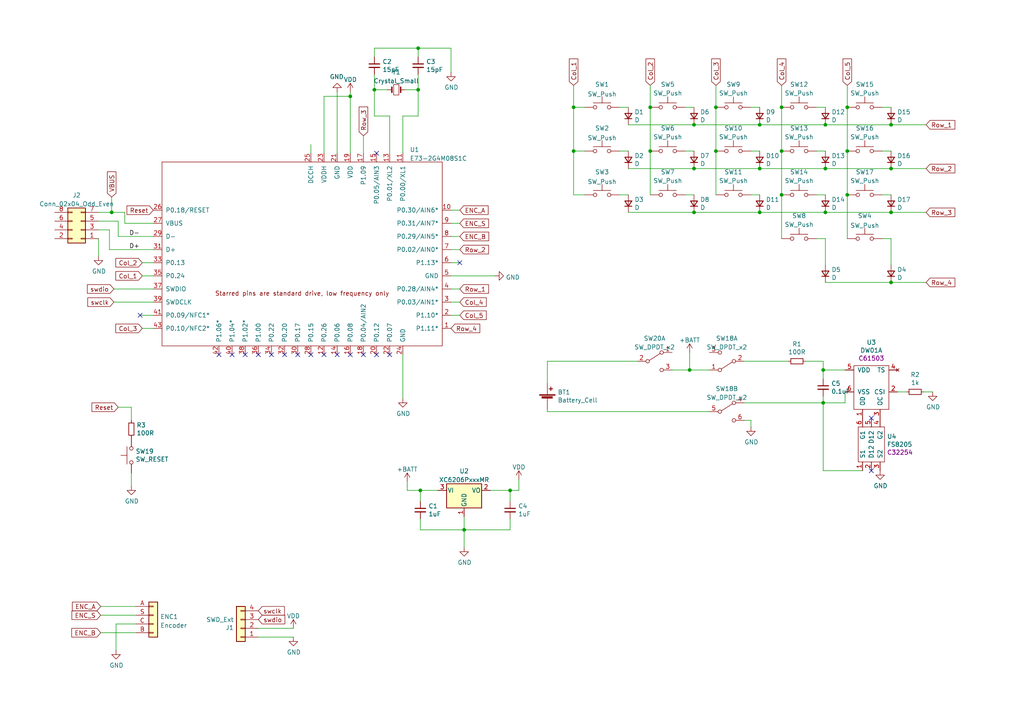
<source format=kicad_sch>
(kicad_sch (version 20211123) (generator eeschema)
  (paper "A4")
  (lib_symbols
    (symbol "Conn_01x04_1" (pin_names (offset 1.016) hide)
      (property "Reference" "ENC?" (at 2.032 -0.4353 0))
      (property "Value" "Conn_01x04_1" (at 2.032 -2.9722 0))
      (symbol "Conn_01x04_1_1_1"
        (rectangle (start -1.27 -4.953) (end 0 -5.207) (stroke (width 0.1524)))
        (rectangle (start -1.27 -2.413) (end 0 -2.667) (stroke (width 0.1524)))
        (rectangle (start -1.27 0.127) (end 0 -0.127) (stroke (width 0.1524)))
        (rectangle (start -1.27 2.667) (end 0 2.413) (stroke (width 0.1524)))
        (rectangle (start -1.27 3.81) (end 1.27 -6.35) (stroke (width 0.254)) (fill (type background)))
        (pin passive line (at -5.08 2.54 0) (length 3.81) (name "A") (number "A"))
        (pin passive line (at -5.08 -5.08 0) (length 3.81) (name "B") (number "B"))
        (pin passive line (at -5.08 -2.54 0) (length 3.81) (name "C") (number "C"))
        (pin passive line (at -5.08 0 0) (length 3.81) (name "S") (number "S"))
      )
    )
    (symbol "Connector_Generic:Conn_01x04" (pin_names (offset 1.016) hide)
      (property "Reference" "J" (at 0 5.08 0))
      (property "Value" "Conn_01x04" (at 0 -7.62 0))
      (symbol "Conn_01x04_1_1"
        (rectangle (start -1.27 -4.953) (end 0 -5.207) (stroke (width 0.1524)))
        (rectangle (start -1.27 -2.413) (end 0 -2.667) (stroke (width 0.1524)))
        (rectangle (start -1.27 0.127) (end 0 -0.127) (stroke (width 0.1524)))
        (rectangle (start -1.27 2.667) (end 0 2.413) (stroke (width 0.1524)))
        (rectangle (start -1.27 3.81) (end 1.27 -6.35) (stroke (width 0.254)) (fill (type background)))
        (pin passive line (at -5.08 2.54 0) (length 3.81) (name "Pin_1") (number "1"))
        (pin passive line (at -5.08 0 0) (length 3.81) (name "Pin_2") (number "2"))
        (pin passive line (at -5.08 -2.54 0) (length 3.81) (name "Pin_3") (number "3"))
        (pin passive line (at -5.08 -5.08 0) (length 3.81) (name "Pin_4") (number "4"))
      )
    )
    (symbol "Connector_Generic:Conn_02x04_Odd_Even" (pin_names (offset 1.016) hide)
      (property "Reference" "J" (at 1.27 5.08 0))
      (property "Value" "Conn_02x04_Odd_Even" (at 1.27 -7.62 0))
      (symbol "Conn_02x04_Odd_Even_1_1"
        (rectangle (start -1.27 -4.953) (end 0 -5.207) (stroke (width 0.1524)))
        (rectangle (start -1.27 -2.413) (end 0 -2.667) (stroke (width 0.1524)))
        (rectangle (start -1.27 0.127) (end 0 -0.127) (stroke (width 0.1524)))
        (rectangle (start -1.27 2.667) (end 0 2.413) (stroke (width 0.1524)))
        (rectangle (start -1.27 3.81) (end 3.81 -6.35) (stroke (width 0.254)) (fill (type background)))
        (rectangle (start 3.81 -4.953) (end 2.54 -5.207) (stroke (width 0.1524)))
        (rectangle (start 3.81 -2.413) (end 2.54 -2.667) (stroke (width 0.1524)))
        (rectangle (start 3.81 0.127) (end 2.54 -0.127) (stroke (width 0.1524)))
        (rectangle (start 3.81 2.667) (end 2.54 2.413) (stroke (width 0.1524)))
        (pin passive line (at -5.08 2.54 0) (length 3.81) (name "Pin_1") (number "1"))
        (pin passive line (at 7.62 2.54 180) (length 3.81) (name "Pin_2") (number "2"))
        (pin passive line (at -5.08 0 0) (length 3.81) (name "Pin_3") (number "3"))
        (pin passive line (at 7.62 0 180) (length 3.81) (name "Pin_4") (number "4"))
        (pin passive line (at -5.08 -2.54 0) (length 3.81) (name "Pin_5") (number "5"))
        (pin passive line (at 7.62 -2.54 180) (length 3.81) (name "Pin_6") (number "6"))
        (pin passive line (at -5.08 -5.08 0) (length 3.81) (name "Pin_7") (number "7"))
        (pin passive line (at 7.62 -5.08 180) (length 3.81) (name "Pin_8") (number "8"))
      )
    )
    (symbol "Device:Battery_Cell" (pin_numbers hide) (pin_names (offset 0) hide)
      (property "Reference" "BT" (at 2.54 2.54 0))
      (property "Value" "Battery_Cell" (at 2.54 0 0))
      (symbol "Battery_Cell_0_1"
        (rectangle (start -2.286 1.778) (end 2.286 1.524) (fill (type outline)))
        (rectangle (start -1.5748 1.1938) (end 1.4732 0.6858) (fill (type outline)))
        (polyline (pts (xy 0 0.762) (xy 0 0)))
        (polyline (pts (xy 0 1.778) (xy 0 2.54)))
        (polyline (pts (xy 0.508 3.429) (xy 1.524 3.429)) (stroke (width 0.254)))
        (polyline (pts (xy 1.016 3.937) (xy 1.016 2.921)) (stroke (width 0.254)))
      )
      (symbol "Battery_Cell_1_1"
        (pin passive line (at 0 5.08 270) (length 2.54) (name "+") (number "1"))
        (pin passive line (at 0 -2.54 90) (length 2.54) (name "-") (number "2"))
      )
    )
    (symbol "Device:C_Small" (pin_numbers hide) (pin_names (offset 0.254) hide)
      (property "Reference" "C" (at 0.254 1.778 0))
      (property "Value" "C_Small" (at 0.254 -2.032 0))
      (symbol "C_Small_0_1"
        (polyline (pts (xy -1.524 -0.508) (xy 1.524 -0.508)) (stroke (width 0.3302)))
        (polyline (pts (xy -1.524 0.508) (xy 1.524 0.508)) (stroke (width 0.3048)))
      )
      (symbol "C_Small_1_1"
        (pin passive line (at 0 2.54 270) (length 2.032) (name "~") (number "1"))
        (pin passive line (at 0 -2.54 90) (length 2.032) (name "~") (number "2"))
      )
    )
    (symbol "Device:Crystal_Small" (pin_numbers hide) (pin_names (offset 1.016) hide)
      (property "Reference" "Y" (at 0 2.54 0))
      (property "Value" "Crystal_Small" (at 0 -2.54 0))
      (symbol "Crystal_Small_0_1"
        (rectangle (start -0.762 -1.524) (end 0.762 1.524))
        (polyline (pts (xy -1.27 -0.762) (xy -1.27 0.762)) (stroke (width 0.381)))
        (polyline (pts (xy 1.27 -0.762) (xy 1.27 0.762)) (stroke (width 0.381)))
      )
      (symbol "Crystal_Small_1_1"
        (pin passive line (at -2.54 0 0) (length 1.27) (name "1") (number "1"))
        (pin passive line (at 2.54 0 180) (length 1.27) (name "2") (number "2"))
      )
    )
    (symbol "Device:D_Small" (pin_numbers hide) (pin_names (offset 0.254) hide)
      (property "Reference" "D" (at -1.27 2.032 0))
      (property "Value" "D_Small" (at -3.81 -2.032 0))
      (symbol "D_Small_0_1"
        (polyline (pts (xy -0.762 -1.016) (xy -0.762 1.016)) (stroke (width 0.254)))
        (polyline (pts (xy -0.762 0) (xy 0.762 0)))
        (polyline (pts (xy 0.762 -1.016) (xy -0.762 0) (xy 0.762 1.016) (xy 0.762 -1.016)) (stroke (width 0.254)))
      )
      (symbol "D_Small_1_1"
        (pin passive line (at -2.54 0 0) (length 1.778) (name "K") (number "1"))
        (pin passive line (at 2.54 0 180) (length 1.778) (name "A") (number "2"))
      )
    )
    (symbol "Device:R_Small" (pin_numbers hide) (pin_names (offset 0.254) hide)
      (property "Reference" "R" (at 0.762 0.508 0))
      (property "Value" "R_Small" (at 0.762 -1.016 0))
      (symbol "R_Small_0_1"
        (rectangle (start -0.762 1.778) (end 0.762 -1.778) (stroke (width 0.2032)))
      )
      (symbol "R_Small_1_1"
        (pin passive line (at 0 2.54 270) (length 0.762) (name "~") (number "1"))
        (pin passive line (at 0 -2.54 90) (length 0.762) (name "~") (number "2"))
      )
    )
    (symbol "Regulator_Linear:XC6206PxxxMR" (pin_names (offset 0.254))
      (property "Reference" "U" (at -3.81 3.175 0))
      (property "Value" "XC6206PxxxMR" (at 0 3.175 0))
      (symbol "XC6206PxxxMR_0_1"
        (rectangle (start -5.08 1.905) (end 5.08 -5.08) (stroke (width 0.254)) (fill (type background)))
      )
      (symbol "XC6206PxxxMR_1_1"
        (pin power_in line (at 0 -7.62 90) (length 2.54) (name "GND") (number "1"))
        (pin power_out line (at 7.62 0 180) (length 2.54) (name "VO") (number "2"))
        (pin power_in line (at -7.62 0 0) (length 2.54) (name "VI") (number "3"))
      )
    )
    (symbol "Switch:SW_DPDT_x2" (pin_names (offset 0) hide)
      (property "Reference" "SW" (at 0 4.318 0))
      (property "Value" "SW_DPDT_x2" (at 0 -5.08 0))
      (symbol "SW_DPDT_x2_0_0"
        (circle (center -2.032 0) (radius 0.508))
        (circle (center 2.032 -2.54) (radius 0.508))
      )
      (symbol "SW_DPDT_x2_0_1"
        (polyline (pts (xy -1.524 0.254) (xy 1.651 2.286)))
        (circle (center 2.032 2.54) (radius 0.508))
      )
      (symbol "SW_DPDT_x2_1_1"
        (pin passive line (at 5.08 2.54 180) (length 2.54) (name "A") (number "1"))
        (pin passive line (at -5.08 0 0) (length 2.54) (name "B") (number "2"))
        (pin passive line (at 5.08 -2.54 180) (length 2.54) (name "C") (number "3"))
      )
      (symbol "SW_DPDT_x2_2_1"
        (pin passive line (at 5.08 2.54 180) (length 2.54) (name "A") (number "4"))
        (pin passive line (at -5.08 0 0) (length 2.54) (name "B") (number "5"))
        (pin passive line (at 5.08 -2.54 180) (length 2.54) (name "C") (number "6"))
      )
    )
    (symbol "Switch:SW_Push" (pin_numbers hide) (pin_names (offset 1.016) hide)
      (property "Reference" "SW" (at 1.27 2.54 0))
      (property "Value" "SW_Push" (at 0 -1.524 0))
      (symbol "SW_Push_0_1"
        (circle (center -2.032 0) (radius 0.508))
        (polyline (pts (xy 0 1.27) (xy 0 3.048)))
        (polyline (pts (xy 2.54 1.27) (xy -2.54 1.27)))
        (circle (center 2.032 0) (radius 0.508))
        (pin passive line (at -5.08 0 0) (length 2.54) (name "1") (number "1"))
        (pin passive line (at 5.08 0 180) (length 2.54) (name "2") (number "2"))
      )
    )
    (symbol "le_chiff_ble-rescue:DW01A-kicad-keyboard-parts" (pin_names (offset 1.016))
      (property "Reference" "U" (at -5.08 7.62 0))
      (property "Value" "DW01A-kicad-keyboard-parts" (at 2.54 7.62 0))
      (property "LCSC" "C61503" (at 0 0 0))
      (symbol "DW01A-kicad-keyboard-parts_0_1"
        (rectangle (start -5.08 6.35) (end 5.08 -6.35))
      )
      (symbol "DW01A-kicad-keyboard-parts_1_1"
        (pin output line (at -2.54 -8.89 90) (length 2.54) (name "OD") (number "1"))
        (pin input line (at 7.62 -1.27 180) (length 2.54) (name "CSI") (number "2"))
        (pin output line (at 2.54 -8.89 90) (length 2.54) (name "OC") (number "3"))
        (pin no_connect line (at 7.62 5.08 180) (length 2.54) (name "TS") (number "4"))
        (pin power_in line (at -7.62 5.08 0) (length 2.54) (name "VDD") (number "5"))
        (pin power_in line (at -7.62 -1.27 0) (length 2.54) (name "VSS") (number "6"))
      )
    )
    (symbol "le_chiff_ble-rescue:FS8205-kicad-keyboard-parts" (pin_names (offset 1.016))
      (property "Reference" "U" (at -3.81 5.08 0))
      (property "Value" "FS8205-kicad-keyboard-parts" (at -1.27 -5.08 0))
      (property "LCSC" "C32254" (at 0 0 0))
      (symbol "FS8205-kicad-keyboard-parts_0_1"
        (rectangle (start -5.08 3.81) (end 5.08 -3.81))
      )
      (symbol "FS8205-kicad-keyboard-parts_1_1"
        (pin power_in line (at -7.62 2.54 0) (length 2.54) (name "S1") (number "1"))
        (pin power_in line (at -7.62 0 0) (length 2.54) (name "D12") (number "2"))
        (pin power_in line (at -7.62 -2.54 0) (length 2.54) (name "S2") (number "3"))
        (pin input line (at 7.62 -2.54 180) (length 2.54) (name "G2") (number "4"))
        (pin power_in line (at 7.62 0 180) (length 2.54) (name "D12") (number "5"))
        (pin input line (at 7.62 2.54 180) (length 2.54) (name "G1") (number "6"))
      )
    )
    (symbol "power:+BATT" (power) (pin_names (offset 0))
      (property "Value" "+BATT" (at 0 3.556 0))
      (symbol "+BATT_0_1"
        (polyline (pts (xy -0.762 1.27) (xy 0 2.54)))
        (polyline (pts (xy 0 0) (xy 0 2.54)))
        (polyline (pts (xy 0 2.54) (xy 0.762 1.27)))
      )
      (symbol "+BATT_1_1"
        (pin power_in line (at 0 0 90) (length 0) hide (name "+BATT") (number "1"))
      )
    )
    (symbol "power:GND" (power) (pin_names (offset 0))
      (property "Value" "GND" (at 0 -3.81 0))
      (symbol "GND_0_1"
        (polyline (pts (xy 0 0) (xy 0 -1.27) (xy 1.27 -1.27) (xy 0 -2.54) (xy -1.27 -1.27) (xy 0 -1.27)))
      )
      (symbol "GND_1_1"
        (pin power_in line (at 0 0 270) (length 0) hide (name "GND") (number "1"))
      )
    )
    (symbol "power:VDD" (power) (pin_names (offset 0))
      (property "Value" "VDD" (at 0 3.81 0))
      (symbol "VDD_0_1"
        (polyline (pts (xy -0.762 1.27) (xy 0 2.54)))
        (polyline (pts (xy 0 0) (xy 0 2.54)))
        (polyline (pts (xy 0 2.54) (xy 0.762 1.27)))
      )
      (symbol "VDD_1_1"
        (pin power_in line (at 0 0 90) (length 0) hide (name "VDD") (number "1"))
      )
    )
    (symbol "weteor:E73-2G4M08S1C" (pin_names (offset 1.016))
      (property "Reference" "U" (at 0 3.81 0))
      (property "Value" "E73-2G4M08S1C" (at 0 1.27 0))
      (symbol "E73-2G4M08S1C_0_0"
        (text "Starred pins are standard drive, low frequency only" (at 0 -11.43 0) (effects (font (size 1.27 1.27))))
      )
      (symbol "E73-2G4M08S1C_0_1"
        (rectangle (start -40.64 26.67) (end 40.64 -26.67))
      )
      (symbol "E73-2G4M08S1C_1_1"
        (pin input line (at 43.18 -21.59 180) (length 2.54) (name "P1.11*") (number "1"))
        (pin input line (at 43.18 12.7 180) (length 2.54) (name "P0.30/AIN6*") (number "10"))
        (pin input line (at 29.21 29.21 270) (length 2.54) (name "P0.00/XL1") (number "11"))
        (pin input line (at 6.35 -29.21 90) (length 2.54) (name "P0.26") (number "12"))
        (pin input line (at 25.4 29.21 270) (length 2.54) (name "P0.01/XL2") (number "13"))
        (pin input line (at 10.16 -29.21 90) (length 2.54) (name "P0.06") (number "14"))
        (pin input line (at 21.59 29.21 270) (length 2.54) (name "P0.05/AIN3") (number "15"))
        (pin input line (at 13.97 -29.21 90) (length 2.54) (name "P0.08") (number "16"))
        (pin input line (at 17.78 29.21 270) (length 2.54) (name "P1.09") (number "17"))
        (pin input line (at 17.78 -29.21 90) (length 2.54) (name "P0.04/AIN2") (number "18"))
        (pin input line (at 13.97 29.21 270) (length 2.54) (name "VDD") (number "19"))
        (pin input line (at 43.18 -17.78 180) (length 2.54) (name "P1.10*") (number "2"))
        (pin input line (at 21.59 -29.21 90) (length 2.54) (name "P0.12") (number "20"))
        (pin input line (at 10.16 29.21 270) (length 2.54) (name "GND") (number "21"))
        (pin input line (at 25.4 -29.21 90) (length 2.54) (name "P0.07") (number "22"))
        (pin input line (at 6.35 29.21 270) (length 2.54) (name "VDDH") (number "23"))
        (pin input line (at 29.21 -29.21 90) (length 2.54) (name "GND") (number "24"))
        (pin input line (at 2.54 29.21 270) (length 2.54) (name "DCCH") (number "25"))
        (pin input line (at -43.18 12.7 0) (length 2.54) (name "P0.18/RESET") (number "26"))
        (pin input line (at -43.18 8.89 0) (length 2.54) (name "VBUS") (number "27"))
        (pin input line (at 2.54 -29.21 90) (length 2.54) (name "P0.15") (number "28"))
        (pin input line (at -43.18 5.08 0) (length 2.54) (name "D-") (number "29"))
        (pin input line (at 43.18 -13.97 180) (length 2.54) (name "P0.03/AIN1*") (number "3"))
        (pin input line (at -1.27 -29.21 90) (length 2.54) (name "P0.17") (number "30"))
        (pin input line (at -43.18 1.27 0) (length 2.54) (name "D+") (number "31"))
        (pin input line (at -5.08 -29.21 90) (length 2.54) (name "P0.20") (number "32"))
        (pin input line (at -43.18 -2.54 0) (length 2.54) (name "P0.13") (number "33"))
        (pin input line (at -8.89 -29.21 90) (length 2.54) (name "P0.22") (number "34"))
        (pin input line (at -43.18 -6.35 0) (length 2.54) (name "P0.24") (number "35"))
        (pin input line (at -12.7 -29.21 90) (length 2.54) (name "P1.00") (number "36"))
        (pin input line (at -43.18 -10.16 0) (length 2.54) (name "SWDIO") (number "37"))
        (pin input line (at -16.51 -29.21 90) (length 2.54) (name "P1.02*") (number "38"))
        (pin input line (at -43.18 -13.97 0) (length 2.54) (name "SWDCLK") (number "39"))
        (pin input line (at 43.18 -10.16 180) (length 2.54) (name "P0.28/AIN4*") (number "4"))
        (pin input line (at -20.32 -29.21 90) (length 2.54) (name "P1.04*") (number "40"))
        (pin input line (at -43.18 -17.78 0) (length 2.54) (name "P0.09/NFC1*") (number "41"))
        (pin input line (at -24.13 -29.21 90) (length 2.54) (name "P1.06*") (number "42"))
        (pin input line (at -43.18 -21.59 0) (length 2.54) (name "P0.10/NFC2*") (number "43"))
        (pin input line (at 43.18 -6.35 180) (length 2.54) (name "GND") (number "5"))
        (pin input line (at 43.18 -2.54 180) (length 2.54) (name "P1.13*") (number "6"))
        (pin input line (at 43.18 1.27 180) (length 2.54) (name "P0.02/AIN0*") (number "7"))
        (pin input line (at 43.18 5.08 180) (length 2.54) (name "P0.29/AIN5*") (number "8"))
        (pin input line (at 43.18 8.89 180) (length 2.54) (name "P0.31/AIN7*") (number "9"))
      )
    )
  )
  (junction (at 121.285 26.035))
  (junction (at 226.695 56.515))
  (junction (at 220.345 48.895))
  (junction (at 32.385 61.595))
  (junction (at 226.695 31.115))
  (junction (at 245.745 31.115))
  (junction (at 147.955 142.24))
  (junction (at 201.295 36.195))
  (junction (at 238.76 107.315))
  (junction (at 200.025 107.315))
  (junction (at 239.395 61.595))
  (junction (at 258.445 48.895))
  (junction (at 201.295 61.595))
  (junction (at 101.6 27.94))
  (junction (at 121.285 13.97))
  (junction (at 239.395 36.195))
  (junction (at 207.645 43.815))
  (junction (at 238.76 116.84))
  (junction (at 108.585 26.035))
  (junction (at 258.445 81.915))
  (junction (at 258.445 61.595))
  (junction (at 166.37 43.815))
  (junction (at 226.695 43.815))
  (junction (at 258.445 36.195))
  (junction (at 220.345 61.595))
  (junction (at 201.295 48.895))
  (junction (at 134.62 153.67))
  (junction (at 207.645 31.115))
  (junction (at 245.745 43.815))
  (junction (at 166.37 31.115))
  (junction (at 245.745 56.515))
  (junction (at 220.345 36.195))
  (junction (at 239.395 48.895))
  (junction (at 188.595 43.815))
  (junction (at 121.92 142.24))
  (junction (at 188.595 31.115))
  (no_connect (at 133.35 76.2))
  (no_connect (at 105.41 102.87))
  (no_connect (at 78.74 102.87))
  (no_connect (at 252.73 121.285))
  (no_connect (at 101.6 102.87))
  (no_connect (at 40.64 91.44))
  (no_connect (at 252.73 136.525))
  (no_connect (at 67.31 102.87))
  (no_connect (at 90.17 102.87))
  (no_connect (at 86.36 102.87))
  (no_connect (at 82.55 102.87))
  (no_connect (at 71.12 102.87))
  (no_connect (at 109.22 102.87))
  (no_connect (at 113.03 102.87))
  (no_connect (at 109.22 44.45))
  (no_connect (at 97.79 102.87))
  (no_connect (at 93.98 102.87))
  (no_connect (at 74.93 102.87))
  (no_connect (at 63.5 102.87))
  (wire (pts (xy 166.37 43.815) (xy 166.37 56.515)))
  (wire (pts (xy 108.585 13.97) (xy 121.285 13.97)))
  (wire (pts (xy 226.695 56.515) (xy 226.695 69.215)))
  (wire (pts (xy 238.76 136.525) (xy 250.19 136.525)))
  (wire (pts (xy 121.285 13.97) (xy 130.81 13.97)))
  (wire (pts (xy 34.29 118.11) (xy 38.1 118.11)))
  (wire (pts (xy 179.705 31.115) (xy 182.245 31.115)))
  (wire (pts (xy 236.855 69.215) (xy 239.395 69.215)))
  (wire (pts (xy 118.11 139.7) (xy 118.11 142.24)))
  (wire (pts (xy 29.21 178.435) (xy 39.37 178.435)))
  (wire (pts (xy 207.645 43.815) (xy 207.645 56.515)))
  (wire (pts (xy 147.955 153.67) (xy 147.955 150.495)))
  (wire (pts (xy 117.475 26.035) (xy 121.285 26.035)))
  (wire (pts (xy 201.295 61.595) (xy 220.345 61.595)))
  (wire (pts (xy 198.755 56.515) (xy 201.295 56.515)))
  (wire (pts (xy 217.805 31.115) (xy 220.345 31.115)))
  (wire (pts (xy 74.93 182.245) (xy 85.09 182.245)))
  (wire (pts (xy 239.395 36.195) (xy 258.445 36.195)))
  (wire (pts (xy 134.62 153.67) (xy 134.62 158.75)))
  (wire (pts (xy 217.805 121.92) (xy 217.805 123.825)))
  (wire (pts (xy 258.445 81.915) (xy 268.605 81.915)))
  (wire (pts (xy 166.37 43.815) (xy 169.545 43.815)))
  (wire (pts (xy 188.595 31.115) (xy 188.595 43.815)))
  (wire (pts (xy 97.79 26.67) (xy 97.79 44.45)))
  (wire (pts (xy 41.275 76.2) (xy 44.45 76.2)))
  (wire (pts (xy 32.385 57.15) (xy 32.385 61.595)))
  (wire (pts (xy 245.745 56.515) (xy 246.38 56.515)))
  (wire (pts (xy 38.1 137.16) (xy 38.1 140.97)))
  (wire (pts (xy 238.76 116.84) (xy 245.11 116.84)))
  (wire (pts (xy 260.35 113.665) (xy 262.89 113.665)))
  (wire (pts (xy 207.645 31.115) (xy 207.645 43.815)))
  (wire (pts (xy 236.855 43.815) (xy 239.395 43.815)))
  (wire (pts (xy 133.35 72.39) (xy 130.81 72.39)))
  (wire (pts (xy 116.84 33.655) (xy 116.84 44.45)))
  (wire (pts (xy 158.75 104.775) (xy 158.75 111.125)))
  (wire (pts (xy 31.75 66.675) (xy 31.75 72.39)))
  (wire (pts (xy 258.445 48.895) (xy 268.605 48.895)))
  (wire (pts (xy 121.92 142.24) (xy 118.11 142.24)))
  (wire (pts (xy 29.21 183.515) (xy 39.37 183.515)))
  (wire (pts (xy 258.445 61.595) (xy 268.605 61.595)))
  (wire (pts (xy 28.575 66.675) (xy 31.75 66.675)))
  (wire (pts (xy 226.695 24.765) (xy 226.695 31.115)))
  (wire (pts (xy 93.98 44.45) (xy 93.98 27.94)))
  (wire (pts (xy 34.29 64.135) (xy 28.575 64.135)))
  (wire (pts (xy 39.37 180.975) (xy 33.655 180.975)))
  (wire (pts (xy 207.645 24.765) (xy 207.645 31.115)))
  (wire (pts (xy 255.905 31.115) (xy 258.445 31.115)))
  (wire (pts (xy 28.575 61.595) (xy 32.385 61.595)))
  (wire (pts (xy 147.955 142.24) (xy 150.495 142.24)))
  (wire (pts (xy 147.955 142.24) (xy 147.955 145.415)))
  (wire (pts (xy 108.585 16.51) (xy 108.585 13.97)))
  (wire (pts (xy 36.195 64.77) (xy 44.45 64.77)))
  (wire (pts (xy 44.45 68.58) (xy 34.29 68.58)))
  (wire (pts (xy 134.62 153.67) (xy 147.955 153.67)))
  (wire (pts (xy 238.76 107.315) (xy 238.76 109.855)))
  (wire (pts (xy 188.595 43.815) (xy 188.595 56.515)))
  (wire (pts (xy 121.92 153.67) (xy 134.62 153.67)))
  (wire (pts (xy 255.905 69.215) (xy 258.445 69.215)))
  (wire (pts (xy 40.64 91.44) (xy 44.45 91.44)))
  (wire (pts (xy 258.445 36.195) (xy 268.605 36.195)))
  (wire (pts (xy 182.245 61.595) (xy 201.295 61.595)))
  (wire (pts (xy 41.275 80.01) (xy 44.45 80.01)))
  (wire (pts (xy 74.93 184.785) (xy 85.09 184.785)))
  (wire (pts (xy 194.945 107.315) (xy 200.025 107.315)))
  (wire (pts (xy 116.84 115.57) (xy 116.84 102.87)))
  (wire (pts (xy 134.62 149.86) (xy 134.62 153.67)))
  (wire (pts (xy 217.805 56.515) (xy 220.345 56.515)))
  (wire (pts (xy 31.75 72.39) (xy 44.45 72.39)))
  (wire (pts (xy 121.285 13.97) (xy 121.285 16.51)))
  (wire (pts (xy 101.6 27.94) (xy 101.6 44.45)))
  (wire (pts (xy 198.755 43.815) (xy 201.295 43.815)))
  (wire (pts (xy 166.37 31.115) (xy 166.37 43.815)))
  (wire (pts (xy 226.695 31.115) (xy 226.695 43.815)))
  (wire (pts (xy 245.745 43.815) (xy 245.745 56.515)))
  (wire (pts (xy 200.025 107.315) (xy 205.74 107.315)))
  (wire (pts (xy 201.295 36.195) (xy 220.345 36.195)))
  (wire (pts (xy 121.285 26.035) (xy 121.285 33.655)))
  (wire (pts (xy 121.92 142.24) (xy 121.92 145.415)))
  (wire (pts (xy 33.02 83.82) (xy 44.45 83.82)))
  (wire (pts (xy 238.76 116.84) (xy 215.9 116.84)))
  (wire (pts (xy 127 142.24) (xy 121.92 142.24)))
  (wire (pts (xy 133.35 87.63) (xy 130.81 87.63)))
  (wire (pts (xy 182.245 48.895) (xy 201.295 48.895)))
  (wire (pts (xy 32.385 61.595) (xy 36.195 61.595)))
  (wire (pts (xy 34.29 68.58) (xy 34.29 64.135)))
  (wire (pts (xy 121.285 21.59) (xy 121.285 26.035)))
  (wire (pts (xy 108.585 33.655) (xy 108.585 26.035)))
  (wire (pts (xy 113.03 33.655) (xy 108.585 33.655)))
  (wire (pts (xy 179.705 56.515) (xy 182.245 56.515)))
  (wire (pts (xy 200.025 102.235) (xy 200.025 107.315)))
  (wire (pts (xy 236.855 56.515) (xy 239.395 56.515)))
  (wire (pts (xy 236.855 31.115) (xy 239.395 31.115)))
  (wire (pts (xy 245.745 56.515) (xy 245.745 69.215)))
  (wire (pts (xy 33.02 87.63) (xy 44.45 87.63)))
  (wire (pts (xy 182.245 36.195) (xy 201.295 36.195)))
  (wire (pts (xy 105.41 39.37) (xy 105.41 44.45)))
  (wire (pts (xy 233.68 104.775) (xy 238.76 104.775)))
  (wire (pts (xy 108.585 26.035) (xy 112.395 26.035)))
  (wire (pts (xy 41.275 95.25) (xy 44.45 95.25)))
  (wire (pts (xy 220.345 48.895) (xy 239.395 48.895)))
  (wire (pts (xy 198.755 31.115) (xy 201.295 31.115)))
  (wire (pts (xy 238.76 116.84) (xy 238.76 136.525)))
  (wire (pts (xy 90.17 41.91) (xy 90.17 44.45)))
  (wire (pts (xy 158.75 118.745) (xy 158.75 119.38)))
  (wire (pts (xy 142.24 142.24) (xy 147.955 142.24)))
  (wire (pts (xy 226.695 43.815) (xy 226.695 56.515)))
  (wire (pts (xy 101.6 26.67) (xy 101.6 27.94)))
  (wire (pts (xy 255.905 56.515) (xy 258.445 56.515)))
  (wire (pts (xy 238.76 107.315) (xy 245.11 107.315)))
  (wire (pts (xy 166.37 56.515) (xy 169.545 56.515)))
  (wire (pts (xy 166.37 24.765) (xy 166.37 31.115)))
  (wire (pts (xy 239.395 48.895) (xy 258.445 48.895)))
  (wire (pts (xy 133.35 60.96) (xy 130.81 60.96)))
  (wire (pts (xy 130.81 13.97) (xy 130.81 20.955)))
  (wire (pts (xy 239.395 81.915) (xy 258.445 81.915)))
  (wire (pts (xy 188.595 24.765) (xy 188.595 31.115)))
  (wire (pts (xy 33.655 180.975) (xy 33.655 188.595)))
  (wire (pts (xy 267.97 113.665) (xy 270.51 113.665)))
  (wire (pts (xy 245.11 116.84) (xy 245.11 113.665)))
  (wire (pts (xy 179.705 43.815) (xy 182.245 43.815)))
  (wire (pts (xy 28.575 74.295) (xy 28.575 69.215)))
  (wire (pts (xy 239.395 61.595) (xy 258.445 61.595)))
  (wire (pts (xy 201.295 48.895) (xy 220.345 48.895)))
  (wire (pts (xy 133.35 83.82) (xy 130.81 83.82)))
  (wire (pts (xy 121.92 153.67) (xy 121.92 150.495)))
  (wire (pts (xy 133.35 64.77) (xy 130.81 64.77)))
  (wire (pts (xy 143.51 80.01) (xy 130.81 80.01)))
  (wire (pts (xy 239.395 69.215) (xy 239.395 76.835)))
  (wire (pts (xy 166.37 31.115) (xy 169.545 31.115)))
  (wire (pts (xy 217.805 43.815) (xy 220.345 43.815)))
  (wire (pts (xy 245.745 24.765) (xy 245.745 31.115)))
  (wire (pts (xy 121.285 33.655) (xy 116.84 33.655)))
  (wire (pts (xy 220.345 36.195) (xy 239.395 36.195)))
  (wire (pts (xy 255.905 43.815) (xy 258.445 43.815)))
  (wire (pts (xy 220.345 61.595) (xy 239.395 61.595)))
  (wire (pts (xy 245.745 31.115) (xy 245.745 43.815)))
  (wire (pts (xy 133.35 91.44) (xy 130.81 91.44)))
  (wire (pts (xy 133.35 76.2) (xy 130.81 76.2)))
  (wire (pts (xy 205.74 119.38) (xy 158.75 119.38)))
  (wire (pts (xy 29.21 175.895) (xy 39.37 175.895)))
  (wire (pts (xy 36.195 61.595) (xy 36.195 64.77)))
  (wire (pts (xy 38.1 118.11) (xy 38.1 121.92)))
  (wire (pts (xy 108.585 21.59) (xy 108.585 26.035)))
  (wire (pts (xy 258.445 69.215) (xy 258.445 76.835)))
  (wire (pts (xy 238.76 104.775) (xy 238.76 107.315)))
  (wire (pts (xy 113.03 44.45) (xy 113.03 33.655)))
  (wire (pts (xy 150.495 139.065) (xy 150.495 142.24)))
  (wire (pts (xy 133.35 68.58) (xy 130.81 68.58)))
  (wire (pts (xy 215.9 104.775) (xy 228.6 104.775)))
  (wire (pts (xy 93.98 27.94) (xy 101.6 27.94)))
  (wire (pts (xy 238.76 114.935) (xy 238.76 116.84)))
  (wire (pts (xy 215.9 121.92) (xy 217.805 121.92)))
  (wire (pts (xy 184.785 104.775) (xy 158.75 104.775)))
  (label "D+" (at 37.465 72.39 0))
  (label "D-" (at 37.465 68.58 0))
  (global_label "Row_4" (shape input) (at 268.605 81.915 0) (property "Intersheet References" "${INTERSHEET_REFS}" (effects hide)))
  (global_label "Row_1" (shape input) (at 268.605 36.195 0) (property "Intersheet References" "${INTERSHEET_REFS}" (effects hide)))
  (global_label "Row_3" (shape input) (at 268.605 61.595 0) (property "Intersheet References" "${INTERSHEET_REFS}" (effects hide)))
  (global_label "Col_3" (shape input) (at 207.645 24.765 90) (property "Intersheet References" "${INTERSHEET_REFS}" (effects hide)))
  (global_label "swclk" (shape input) (at 33.02 87.63 180) (property "Intersheetrefs" "${INTERSHEET_REFS}" (effects hide)))
  (global_label "Col_4" (shape input) (at 226.695 24.765 90) (property "Intersheet References" "${INTERSHEET_REFS}" (effects hide)))
  (global_label "ENC_B" (shape input) (at 29.21 183.515 180) (property "Intersheet References" "${INTERSHEET_REFS}" (effects hide)))
  (global_label "ENC_A" (shape input) (at 133.35 60.96 0) (property "Intersheet References" "${INTERSHEET_REFS}" (effects hide)))
  (global_label "swclk" (shape input) (at 74.93 177.165 0) (property "Intersheetrefs" "${INTERSHEET_REFS}" (effects hide)))
  (global_label "Col_5" (shape input) (at 133.35 91.44 0) (property "Intersheet References" "${INTERSHEET_REFS}" (effects hide)))
  (global_label "Reset" (shape input) (at 34.29 118.11 180) (property "Intersheet References" "${INTERSHEET_REFS}" (effects hide)))
  (global_label "ENC_S" (shape input) (at 29.21 178.435 180) (property "Intersheet References" "${INTERSHEET_REFS}" (effects hide)))
  (global_label "ENC_S" (shape input) (at 133.35 64.77 0) (property "Intersheet References" "${INTERSHEET_REFS}" (effects hide)))
  (global_label "Reset" (shape input) (at 44.45 60.96 180) (property "Intersheet References" "${INTERSHEET_REFS}" (effects hide)))
  (global_label "Row_2" (shape input) (at 133.35 72.39 0) (property "Intersheet References" "${INTERSHEET_REFS}" (effects hide)))
  (global_label "Col_1" (shape input) (at 41.275 80.01 180) (property "Intersheet References" "${INTERSHEET_REFS}" (effects hide)))
  (global_label "Row_2" (shape input) (at 268.605 48.895 0) (property "Intersheet References" "${INTERSHEET_REFS}" (effects hide)))
  (global_label "Row_4" (shape input) (at 130.81 95.25 0) (property "Intersheet References" "${INTERSHEET_REFS}" (effects hide)))
  (global_label "swdio" (shape input) (at 74.93 179.705 0) (property "Intersheetrefs" "${INTERSHEET_REFS}" (effects hide)))
  (global_label "ENC_B" (shape input) (at 133.35 68.58 0) (property "Intersheet References" "${INTERSHEET_REFS}" (effects hide)))
  (global_label "Col_3" (shape input) (at 41.275 95.25 180) (property "Intersheet References" "${INTERSHEET_REFS}" (effects hide)))
  (global_label "Col_2" (shape input) (at 41.275 76.2 180) (property "Intersheet References" "${INTERSHEET_REFS}" (effects hide)))
  (global_label "ENC_A" (shape input) (at 29.21 175.895 180) (property "Intersheet References" "${INTERSHEET_REFS}" (effects hide)))
  (global_label "Col_5" (shape input) (at 245.745 24.765 90) (property "Intersheet References" "${INTERSHEET_REFS}" (effects hide)))
  (global_label "VBUS" (shape input) (at 32.385 57.15 90) (property "Intersheet References" "${INTERSHEET_REFS}" (effects hide)))
  (global_label "Row_3" (shape input) (at 105.41 39.37 90) (property "Intersheet References" "${INTERSHEET_REFS}" (effects hide)))
  (global_label "Col_2" (shape input) (at 188.595 24.765 90) (property "Intersheet References" "${INTERSHEET_REFS}" (effects hide)))
  (global_label "swdio" (shape input) (at 33.02 83.82 180) (property "Intersheetrefs" "${INTERSHEET_REFS}" (effects hide)))
  (global_label "Col_4" (shape input) (at 133.35 87.63 0) (property "Intersheet References" "${INTERSHEET_REFS}" (effects hide)))
  (global_label "Row_1" (shape input) (at 133.35 83.82 0) (property "Intersheet References" "${INTERSHEET_REFS}" (effects hide)))
  (global_label "Col_1" (shape input) (at 166.37 24.765 90) (property "Intersheet References" "${INTERSHEET_REFS}" (effects hide)))
  (symbol (lib_id "power:GND") (at 130.81 20.955 0) (unit 1)
    (property "Reference" "#PWR013" (effects hide))
    (property "Value" "GND" (at 130.937 25.3492 0))
  )
  (symbol (lib_id "Device:C_Small") (at 121.92 147.955 0) (unit 1)
    (property "Reference" "C1" (at 124.2568 146.7866 0) (effects (justify left)))
    (property "Value" "1uF" (at 124.2568 149.098 0) (effects (justify left)))
    (property "Footprint" "Capacitor_SMD:C_0603_1608Metric" (effects hide))
  )
  (symbol (lib_id "Switch:SW_Push") (at 193.675 31.115 0) (unit 1)
    (property "Reference" "SW5" (at 193.675 24.4942 0))
    (property "Value" "SW_Push" (at 193.675 27.0311 0))
    (property "Footprint" "weteor:ChocV1_V2_Hotswap_3d" (effects hide))
  )
  (symbol (lib_id "Switch:SW_Push") (at 212.725 31.115 0) (unit 1)
    (property "Reference" "SW9" (at 212.725 24.4942 0))
    (property "Value" "SW_Push" (at 212.725 27.0311 0))
    (property "Footprint" "weteor:ChocV1_V2_Hotswap_3d" (effects hide))
  )
  (symbol (lib_id "Switch:SW_Push") (at 231.775 69.215 0) (unit 1)
    (property "Reference" "SW8" (at 231.775 62.5942 0))
    (property "Value" "SW_Push" (at 231.775 65.1311 0))
    (property "Footprint" "weteor:ChocV1_V2_Hotswap_1.5u" (effects hide))
  )
  (symbol (lib_id "Regulator_Linear:XC6206PxxxMR") (at 134.62 142.24 0) (unit 1)
    (property "Reference" "U2" (at 134.62 136.6352 0))
    (property "Value" "XC6206PxxxMR" (at 134.62 139.1721 0))
    (property "Footprint" "Package_TO_SOT_SMD:SOT-23" (effects hide))
    (property "Datasheet" "https://www.torexsemi.com/file/xc6206/XC6206.pdf" (effects hide))
  )
  (symbol (lib_id "Device:D_Small") (at 220.345 33.655 90) (unit 1)
    (property "Reference" "D9" (at 222.123 32.4866 90) (effects (justify right)))
    (property "Value" "D" (at 222.123 34.798 90) (effects (justify right)))
    (property "Footprint" "weteor:D_SOD-123" (effects hide))
  )
  (symbol (lib_id "Switch:SW_Push") (at 231.775 43.815 0) (unit 1)
    (property "Reference" "SW13" (at 231.775 37.1942 0))
    (property "Value" "SW_Push" (at 231.775 39.7311 0))
    (property "Footprint" "weteor:ChocV1_V2_Hotswap_3d" (effects hide))
  )
  (symbol (lib_id "Device:R_Small") (at 265.43 113.665 270) (unit 1)
    (property "Reference" "R2" (at 265.43 108.6866 90))
    (property "Value" "1k" (at 265.43 110.998 90))
    (property "Footprint" "Resistor_SMD:R_0603_1608Metric" (effects hide))
  )
  (symbol (lib_id "le_chiff_ble-rescue:DW01A-kicad-keyboard-parts") (at 252.73 112.395 0) (unit 1)
    (property "Reference" "U3" (at 252.73 99.314 0))
    (property "Value" "DW01A" (at 252.73 101.6254 0))
    (property "Footprint" "Package_TO_SOT_SMD:SOT-23-6" (effects hide))
    (property "Datasheet" "https://datasheet.lcsc.com/szlcsc/Fortune-Semicon-DW01A-G_C61503.pdf" (effects hide))
    (property "LCSC" "C61503" (at 252.73 103.9368 0))
  )
  (symbol (lib_id "Connector_Generic:Conn_02x04_Odd_Even") (at 23.495 66.675 180) (unit 1)
    (property "Reference" "J2" (at 22.225 56.6252 0))
    (property "Value" "Conn_02x04_Odd_Even" (at 22.225 59.1621 0))
    (property "Footprint" "Connector_PinSocket_1.27mm:PinSocket_2x04_P1.27mm_Vertical" (effects hide))
  )
  (symbol (lib_id "Switch:SW_Push") (at 174.625 43.815 0) (unit 1)
    (property "Reference" "SW2" (at 174.625 37.1942 0))
    (property "Value" "SW_Push" (at 174.625 40.005 0))
    (property "Footprint" "weteor:ChocV1_V2_Hotswap_3d" (effects hide))
  )
  (symbol (lib_id "Device:D_Small") (at 182.245 33.655 90) (unit 1)
    (property "Reference" "D1" (at 184.023 32.4866 90) (effects (justify right)))
    (property "Value" "D" (at 184.023 34.798 90) (effects (justify right)))
    (property "Footprint" "weteor:D_SOD-123" (effects hide))
  )
  (symbol (lib_id "power:GND") (at 255.27 136.525 0) (unit 1)
    (property "Reference" "#PWR0102" (effects hide))
    (property "Value" "GND" (at 255.397 140.9192 0))
  )
  (symbol (lib_id "Device:D_Small") (at 239.395 46.355 90) (unit 1)
    (property "Reference" "D13" (at 241.173 45.1866 90) (effects (justify right)))
    (property "Value" "D" (at 241.173 47.498 90) (effects (justify right)))
    (property "Footprint" "weteor:D_SOD-123" (effects hide))
  )
  (symbol (lib_id "Device:Battery_Cell") (at 158.75 116.205 0) (unit 1)
    (property "Reference" "BT1" (at 161.7472 113.7666 0) (effects (justify left)))
    (property "Value" "Battery_Cell" (at 161.7472 116.078 0) (effects (justify left)))
    (property "Footprint" "weteor:Coin Cell 2032" (effects hide))
  )
  (symbol (lib_id "Switch:SW_Push") (at 231.775 56.515 0) (unit 1)
    (property "Reference" "SW14" (at 231.775 49.8942 0))
    (property "Value" "SW_Push" (at 231.775 52.4311 0))
    (property "Footprint" "weteor:ChocV1_V2_Hotswap_3d" (effects hide))
  )
  (symbol (lib_id "Device:C_Small") (at 121.285 19.05 0) (unit 1)
    (property "Reference" "C3" (at 123.6218 17.8816 0) (effects (justify left)))
    (property "Value" "15pF" (at 123.6218 20.193 0) (effects (justify left)))
    (property "Footprint" "Capacitor_SMD:C_0603_1608Metric" (effects hide))
  )
  (symbol (lib_id "weteor:E73-2G4M08S1C") (at 87.63 73.66 0) (unit 1)
    (property "Reference" "U1" (at 118.8594 43.4172 0) (effects (justify left)))
    (property "Value" "E73-2G4M08S1C" (at 118.8594 45.9541 0) (effects (justify left)))
    (property "Footprint" "weteor:E73-2G4M08S1C_bottom" (effects hide))
  )
  (symbol (lib_name "Conn_01x04_1") (lib_id "Connector_Generic:Conn_01x04") (at 44.45 178.435 0) (unit 1)
    (property "Reference" "ENC1" (at 46.482 178.8703 0) (effects (justify left)))
    (property "Value" "Encoder" (at 46.482 181.4072 0) (effects (justify left)))
    (property "Footprint" "weteor:Mitsumi_SIQ-02FVS3" (effects hide))
  )
  (symbol (lib_id "Switch:SW_Push") (at 212.725 43.815 0) (unit 1)
    (property "Reference" "SW10" (at 212.725 37.1942 0))
    (property "Value" "SW_Push" (at 212.725 39.7311 0))
    (property "Footprint" "weteor:ChocV1_V2_Hotswap_3d" (effects hide))
  )
  (symbol (lib_id "Switch:SW_Push") (at 250.825 56.515 0) (unit 1)
    (property "Reference" "SW17" (at 250.825 49.8942 0))
    (property "Value" "SW_Push" (at 250.825 52.4311 0))
    (property "Footprint" "weteor:ChocV1_V2_Hotswap_3d" (effects hide))
  )
  (symbol (lib_id "power:GND") (at 85.09 184.785 0) (unit 1)
    (property "Reference" "#PWR06" (effects hide))
    (property "Value" "GND" (at 85.217 189.1792 0))
  )
  (symbol (lib_id "power:GND") (at 38.1 140.97 0) (unit 1)
    (property "Reference" "#PWR08" (effects hide))
    (property "Value" "GND" (at 38.227 145.3642 0))
  )
  (symbol (lib_id "Switch:SW_DPDT_x2") (at 210.82 119.38 0) (unit 2)
    (property "Reference" "SW18" (at 210.82 112.7592 0))
    (property "Value" "SW_DPDT_x2" (at 210.82 115.2961 0))
    (property "Footprint" "weteor:DPDT - C2837066" (effects hide))
  )
  (symbol (lib_id "Device:D_Small") (at 258.445 79.375 90) (unit 1)
    (property "Reference" "D4" (at 260.223 78.2066 90) (effects (justify right)))
    (property "Value" "D" (at 260.223 80.518 90) (effects (justify right)))
    (property "Footprint" "weteor:D_SOD-123" (effects hide))
  )
  (symbol (lib_id "Device:D_Small") (at 239.395 79.375 90) (unit 1)
    (property "Reference" "D5" (at 241.173 78.2066 90) (effects (justify right)))
    (property "Value" "D" (at 241.173 80.518 90) (effects (justify right)))
    (property "Footprint" "weteor:D_SOD-123" (effects hide))
  )
  (symbol (lib_id "Device:C_Small") (at 108.585 19.05 0) (unit 1)
    (property "Reference" "C2" (at 110.9218 17.8816 0) (effects (justify left)))
    (property "Value" "15pF" (at 110.9218 20.193 0) (effects (justify left)))
    (property "Footprint" "Capacitor_SMD:C_0603_1608Metric" (effects hide))
  )
  (symbol (lib_id "Switch:SW_Push") (at 250.825 43.815 0) (unit 1)
    (property "Reference" "SW16" (at 250.825 37.1942 0))
    (property "Value" "SW_Push" (at 250.825 39.7311 0))
    (property "Footprint" "weteor:ChocV1_V2_Hotswap_3d" (effects hide))
  )
  (symbol (lib_id "Device:D_Small") (at 220.345 46.355 90) (unit 1)
    (property "Reference" "D10" (at 222.123 45.1866 90) (effects (justify right)))
    (property "Value" "D" (at 222.123 47.498 90) (effects (justify right)))
    (property "Footprint" "weteor:D_SOD-123" (effects hide))
  )
  (symbol (lib_id "Switch:SW_Push") (at 231.775 31.115 0) (unit 1)
    (property "Reference" "SW12" (at 231.775 24.4942 0))
    (property "Value" "SW_Push" (at 231.775 27.0311 0))
    (property "Footprint" "weteor:ChocV1_V2_Hotswap_3d" (effects hide))
  )
  (symbol (lib_id "Device:D_Small") (at 182.245 46.355 90) (unit 1)
    (property "Reference" "D2" (at 184.023 45.1866 90) (effects (justify right)))
    (property "Value" "D" (at 184.023 47.498 90) (effects (justify right)))
    (property "Footprint" "weteor:D_SOD-123" (effects hide))
  )
  (symbol (lib_id "power:GND") (at 217.805 123.825 0) (unit 1)
    (property "Reference" "#PWR0103" (effects hide))
    (property "Value" "GND" (at 217.932 128.2192 0))
  )
  (symbol (lib_id "power:GND") (at 33.655 188.595 0) (unit 1)
    (property "Reference" "#PWR02" (effects hide))
    (property "Value" "GND" (at 33.782 192.9892 0))
  )
  (symbol (lib_id "power:+BATT") (at 118.11 139.7 0) (unit 1)
    (property "Reference" "#PWR0108" (effects hide))
    (property "Value" "+BATT" (at 118.11 136.1242 0))
  )
  (symbol (lib_id "power:GND") (at 97.79 26.67 180) (unit 1)
    (property "Reference" "#PWR05" (effects hide))
    (property "Value" "GND" (at 97.663 22.2758 0))
  )
  (symbol (lib_id "le_chiff_ble-rescue:FS8205-kicad-keyboard-parts") (at 252.73 128.905 90) (unit 1)
    (property "Reference" "U4" (at 257.2512 126.5936 90) (effects (justify right)))
    (property "Value" "FS8205" (at 257.2512 128.905 90) (effects (justify right)))
    (property "Footprint" "Package_TO_SOT_SMD:SOT-23-6" (effects hide))
    (property "Datasheet" "https://datasheet.lcsc.com/szlcsc/Fortune-Semicon-FS8205_C32254.pdf" (effects hide))
    (property "LCSC" "C32254" (at 257.2512 131.2164 90) (effects (justify right)))
  )
  (symbol (lib_id "Device:D_Small") (at 201.295 59.055 90) (unit 1)
    (property "Reference" "D8" (at 203.073 57.8866 90) (effects (justify right)))
    (property "Value" "D" (at 203.073 60.198 90) (effects (justify right)))
    (property "Footprint" "weteor:D_SOD-123" (effects hide))
  )
  (symbol (lib_id "power:VDD") (at 85.09 182.245 0) (unit 1)
    (property "Reference" "#PWR03" (effects hide))
    (property "Value" "VDD" (at 85.09 178.6692 0))
  )
  (symbol (lib_id "power:GND") (at 134.62 158.75 0) (unit 1)
    (property "Reference" "#PWR0107" (effects hide))
    (property "Value" "GND" (at 134.747 163.1442 0))
  )
  (symbol (lib_id "Switch:SW_Push") (at 250.825 31.115 0) (unit 1)
    (property "Reference" "SW15" (at 250.825 24.4942 0))
    (property "Value" "SW_Push" (at 250.825 27.0311 0))
    (property "Footprint" "weteor:ChocV1_V2_Hotswap_3d" (effects hide))
  )
  (symbol (lib_id "Device:C_Small") (at 147.955 147.955 0) (unit 1)
    (property "Reference" "C4" (at 150.2918 146.7866 0) (effects (justify left)))
    (property "Value" "1uF" (at 150.2918 149.098 0) (effects (justify left)))
    (property "Footprint" "Capacitor_SMD:C_0603_1608Metric" (effects hide))
  )
  (symbol (lib_id "power:GND") (at 270.51 113.665 0) (unit 1)
    (property "Reference" "#PWR0104" (effects hide))
    (property "Value" "GND" (at 270.637 118.0592 0))
  )
  (symbol (lib_id "Switch:SW_Push") (at 250.825 69.215 0) (unit 1)
    (property "Reference" "SW4" (at 250.825 62.5942 0))
    (property "Value" "SW_Push" (at 250.825 65.405 0))
    (property "Footprint" "weteor:ChocV1_V2_Hotswap_3d" (effects hide))
  )
  (symbol (lib_id "Switch:SW_Push") (at 38.1 132.08 90) (unit 1)
    (property "Reference" "SW19" (at 39.3192 130.9116 90) (effects (justify right)))
    (property "Value" "SW_RESET" (at 39.3192 133.223 90) (effects (justify right)))
    (property "Footprint" "weteor:Micro_Push_Button_3x6x2.5mm" (effects hide))
  )
  (symbol (lib_id "Connector_Generic:Conn_01x04") (at 69.85 182.245 180) (unit 1)
    (property "Reference" "J1" (at 67.818 182.0418 0) (effects (justify left)))
    (property "Value" "SWD_Ext" (at 67.818 179.7304 0) (effects (justify left)))
    (property "Footprint" "Connector_PinHeader_2.54mm:PinHeader_1x04_P2.54mm_Vertical" (effects hide))
  )
  (symbol (lib_id "Switch:SW_Push") (at 212.725 56.515 0) (unit 1)
    (property "Reference" "SW11" (at 212.725 49.8942 0))
    (property "Value" "SW_Push" (at 212.725 52.4311 0))
    (property "Footprint" "weteor:ChocV1_V2_Hotswap_3d" (effects hide))
  )
  (symbol (lib_id "Device:D_Small") (at 201.295 46.355 90) (unit 1)
    (property "Reference" "D7" (at 203.073 45.1866 90) (effects (justify right)))
    (property "Value" "D" (at 203.073 47.498 90) (effects (justify right)))
    (property "Footprint" "weteor:D_SOD-123" (effects hide))
  )
  (symbol (lib_id "Device:D_Small") (at 182.245 59.055 90) (unit 1)
    (property "Reference" "D3" (at 184.023 57.8866 90) (effects (justify right)))
    (property "Value" "D" (at 184.023 60.198 90) (effects (justify right)))
    (property "Footprint" "weteor:D_SOD-123" (effects hide))
  )
  (symbol (lib_id "Device:C_Small") (at 238.76 112.395 0) (unit 1)
    (property "Reference" "C5" (at 241.0968 111.2266 0) (effects (justify left)))
    (property "Value" "0.1uF" (at 241.0968 113.538 0) (effects (justify left)))
    (property "Footprint" "Capacitor_SMD:C_0603_1608Metric" (effects hide))
  )
  (symbol (lib_id "Switch:SW_Push") (at 193.675 43.815 0) (unit 1)
    (property "Reference" "SW6" (at 193.675 37.1942 0))
    (property "Value" "SW_Push" (at 193.675 39.7311 0))
    (property "Footprint" "weteor:ChocV1_V2_Hotswap_3d" (effects hide))
  )
  (symbol (lib_id "power:GND") (at 143.51 80.01 90) (unit 1)
    (property "Reference" "#PWR0101" (effects hide))
    (property "Value" "GND" (at 146.685 80.4438 90) (effects (justify right)))
  )
  (symbol (lib_id "Device:D_Small") (at 220.345 59.055 90) (unit 1)
    (property "Reference" "D11" (at 222.123 57.8866 90) (effects (justify right)))
    (property "Value" "D" (at 222.123 60.198 90) (effects (justify right)))
    (property "Footprint" "weteor:D_SOD-123" (effects hide))
  )
  (symbol (lib_id "Device:D_Small") (at 201.295 33.655 90) (unit 1)
    (property "Reference" "D6" (at 203.073 32.4866 90) (effects (justify right)))
    (property "Value" "D" (at 203.073 34.798 90) (effects (justify right)))
    (property "Footprint" "weteor:D_SOD-123" (effects hide))
  )
  (symbol (lib_id "power:GND") (at 28.575 74.295 0) (unit 1)
    (property "Reference" "#PWR01" (effects hide))
    (property "Value" "GND" (at 28.702 78.6892 0))
  )
  (symbol (lib_id "Switch:SW_Push") (at 174.625 31.115 0) (unit 1)
    (property "Reference" "SW1" (at 174.625 24.4942 0))
    (property "Value" "SW_Push" (at 174.625 27.305 0))
    (property "Footprint" "weteor:ChocV1_V2_Hotswap_3d" (effects hide))
  )
  (symbol (lib_id "Device:D_Small") (at 239.395 33.655 90) (unit 1)
    (property "Reference" "D12" (at 241.173 32.4866 90) (effects (justify right)))
    (property "Value" "D" (at 241.173 34.798 90) (effects (justify right)))
    (property "Footprint" "weteor:D_SOD-123" (effects hide))
  )
  (symbol (lib_id "Switch:SW_DPDT_x2") (at 210.82 104.775 180) (unit 1)
    (property "Reference" "SW18" (at 210.82 98.1542 0))
    (property "Value" "SW_DPDT_x2" (at 210.82 100.6911 0))
    (property "Footprint" "weteor:DPDT - C2837066" (effects hide))
  )
  (symbol (lib_id "power:GND") (at 116.84 115.57 0) (unit 1)
    (property "Reference" "#PWR09" (effects hide))
    (property "Value" "GND" (at 116.967 119.9642 0))
  )
  (symbol (lib_id "Switch:SW_DPDT_x2") (at 189.865 104.775 0) (unit 1)
    (property "Reference" "SW20" (at 189.865 98.1542 0))
    (property "Value" "SW_DPDT_x2" (at 189.865 100.6911 0))
    (property "Footprint" "weteor:DPDT - C2837066" (effects hide))
  )
  (symbol (lib_id "Device:R_Small") (at 38.1 124.46 0) (unit 1)
    (property "Reference" "R3" (at 39.5986 123.2916 0) (effects (justify left)))
    (property "Value" "100R" (at 39.5986 125.603 0) (effects (justify left)))
    (property "Footprint" "Resistor_SMD:R_0603_1608Metric" (effects hide))
  )
  (symbol (lib_id "Device:D_Small") (at 239.395 59.055 90) (unit 1)
    (property "Reference" "D14" (at 241.173 57.8866 90) (effects (justify right)))
    (property "Value" "D" (at 241.173 60.198 90) (effects (justify right)))
    (property "Footprint" "weteor:D_SOD-123" (effects hide))
  )
  (symbol (lib_id "power:VDD") (at 150.495 139.065 0) (unit 1)
    (property "Reference" "#PWR0106" (effects hide))
    (property "Value" "VDD" (at 150.495 135.4892 0))
  )
  (symbol (lib_id "Device:Crystal_Small") (at 114.935 26.035 0) (unit 1)
    (property "Reference" "Y1" (at 114.935 20.9382 0))
    (property "Value" "Crystal_Small" (at 114.935 23.4751 0))
    (property "Footprint" "Crystal:Crystal_SMD_3215-2Pin_3.2x1.5mm" (effects hide))
  )
  (symbol (lib_id "power:+BATT") (at 200.025 102.235 0) (unit 1)
    (property "Reference" "#PWR0105" (effects hide))
    (property "Value" "+BATT" (at 200.025 98.6592 0))
  )
  (symbol (lib_id "Device:D_Small") (at 258.445 33.655 90) (unit 1)
    (property "Reference" "D15" (at 260.223 32.4866 90) (effects (justify right)))
    (property "Value" "D" (at 260.223 34.798 90) (effects (justify right)))
    (property "Footprint" "weteor:D_SOD-123" (effects hide))
  )
  (symbol (lib_id "Device:D_Small") (at 258.445 59.055 90) (unit 1)
    (property "Reference" "D17" (at 260.223 57.8866 90) (effects (justify right)))
    (property "Value" "D" (at 260.223 60.198 90) (effects (justify right)))
    (property "Footprint" "weteor:D_SOD-123" (effects hide))
  )
  (symbol (lib_id "Switch:SW_Push") (at 174.625 56.515 0) (unit 1)
    (property "Reference" "SW3" (at 174.625 49.8942 0))
    (property "Value" "SW_Push" (at 174.625 52.705 0))
    (property "Footprint" "weteor:ChocV1_V2_Hotswap_3d" (effects hide))
  )
  (symbol (lib_id "power:VDD") (at 101.6 26.67 0) (unit 1)
    (property "Reference" "#PWR07" (effects hide))
    (property "Value" "VDD" (at 101.6 23.0942 0))
  )
  (symbol (lib_id "Device:D_Small") (at 258.445 46.355 90) (unit 1)
    (property "Reference" "D16" (at 260.223 45.1866 90) (effects (justify right)))
    (property "Value" "D" (at 260.223 47.498 90) (effects (justify right)))
    (property "Footprint" "weteor:D_SOD-123" (effects hide))
  )
  (symbol (lib_id "Switch:SW_Push") (at 193.675 56.515 0) (unit 1)
    (property "Reference" "SW7" (at 193.675 49.8942 0))
    (property "Value" "SW_Push" (at 193.675 52.4311 0))
    (property "Footprint" "weteor:ChocV1_V2_Hotswap_3d" (effects hide))
  )
  (symbol (lib_id "Device:R_Small") (at 231.14 104.775 270) (unit 1)
    (property "Reference" "R1" (at 231.14 99.7966 90))
    (property "Value" "100R" (at 231.14 102.108 90))
    (property "Footprint" "Resistor_SMD:R_0603_1608Metric" (effects hide))
  )
)
</source>
